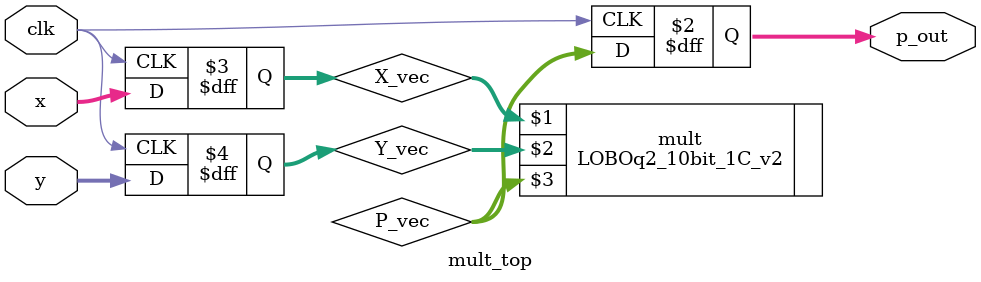
<source format=v>

`include "timescale.v"

module mult_top(
    // Clock and reset
    input clk,
    // Input X has a form x_i%d where %d denotes the bit number
    input  [15:0] x,
    // Input Y has a form y_i%d where %d denotes the bit number
    input  [15:0] y,
    // Output P has a form p_out%d where %d denotes the bit number
    output reg [31:0] p_out
    );

    
    // Now we have X_vec and Y_vec signal 
    // Then we do processing with these signals and store the 
    // intermidiate result in P_vec
    // For example purposes X_vec and Y_vec are concanated and stored in P_vec
    wire [31:0] P_vec;
    reg [15:0] X_vec;
    reg [15:0] Y_vec;
    
    LOBOq2_10bit_1C_v2 mult(X_vec,Y_vec,P_vec); 

 
    always @(posedge clk) 
    begin
        p_out = P_vec;
        X_vec = x;
        Y_vec = y;
    end

endmodule 


</source>
